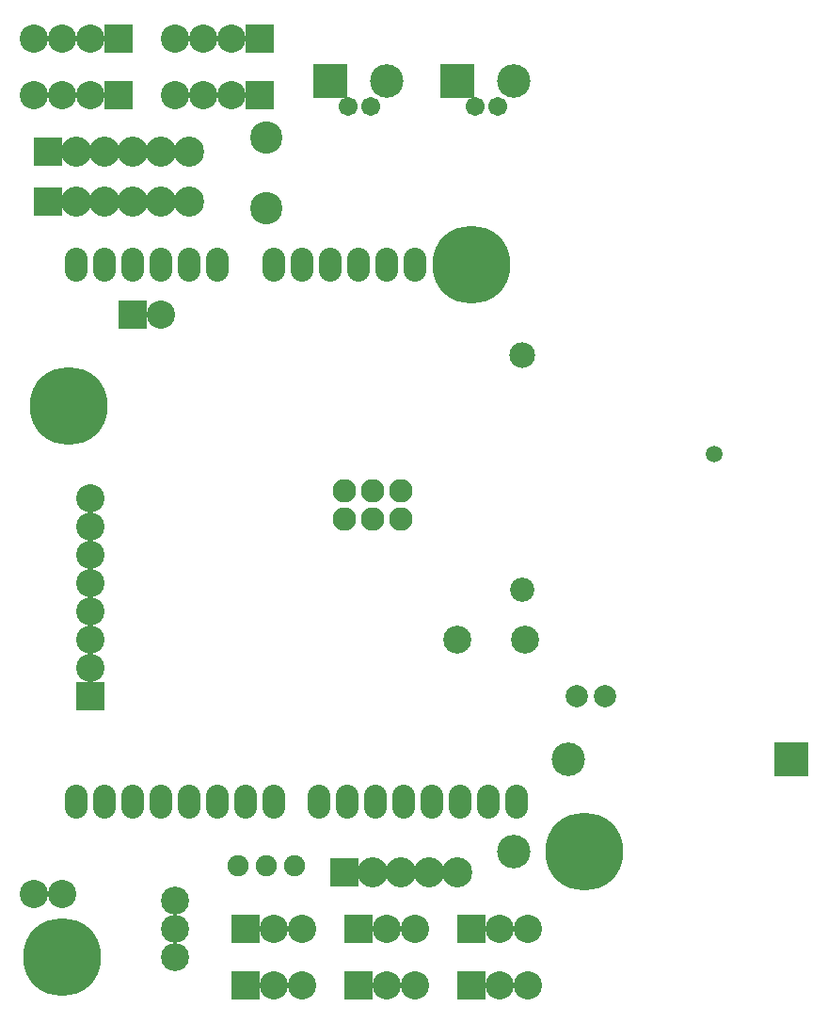
<source format=gbs>
G04 (created by PCBNEW (2013-07-07 BZR 4022)-stable) date 29/12/2014 16:26:55*
%MOIN*%
G04 Gerber Fmt 3.4, Leading zero omitted, Abs format*
%FSLAX34Y34*%
G01*
G70*
G90*
G04 APERTURE LIST*
%ADD10C,0.00590551*%
%ADD11C,0.0987402*%
%ADD12R,0.1184X0.1184*%
%ADD13C,0.1184*%
%ADD14C,0.0672441*%
%ADD15C,0.0790551*%
%ADD16C,0.086*%
%ADD17C,0.0909*%
%ADD18O,0.08X0.12*%
%ADD19C,0.1145*%
%ADD20R,0.1X0.1*%
%ADD21C,0.1*%
%ADD22R,0.1027X0.1027*%
%ADD23C,0.1066*%
%ADD24C,0.083*%
%ADD25C,0.2759*%
%ADD26C,0.0987*%
%ADD27C,0.0751181*%
%ADD28C,0.118425*%
%ADD29C,0.0239*%
%ADD30C,0.0594*%
G04 APERTURE END LIST*
G54D10*
G54D11*
X45750Y-56500D03*
X45750Y-57500D03*
X45750Y-55500D03*
G54D12*
X55750Y-26500D03*
G54D13*
X57750Y-26500D03*
G54D14*
X56400Y-27400D03*
X57200Y-27400D03*
G54D15*
X60000Y-48250D03*
X61000Y-48250D03*
G54D16*
X58050Y-44500D03*
G54D17*
X58050Y-36200D03*
G54D12*
X67600Y-50500D03*
G54D13*
X59700Y-50500D03*
G54D18*
X42250Y-33000D03*
X43250Y-33000D03*
X44250Y-33000D03*
X47250Y-33000D03*
X46250Y-33000D03*
X45250Y-33000D03*
X49250Y-33000D03*
X50250Y-33000D03*
X51250Y-33000D03*
X53250Y-33000D03*
X54250Y-33000D03*
X42250Y-52000D03*
X43250Y-52000D03*
X44250Y-52000D03*
X45250Y-52000D03*
X46250Y-52000D03*
X47250Y-52000D03*
X48250Y-52000D03*
X49250Y-52000D03*
X50850Y-52000D03*
X51850Y-52000D03*
X52850Y-52000D03*
X53850Y-52000D03*
X54850Y-52000D03*
X55850Y-52000D03*
X56850Y-52000D03*
X57850Y-52000D03*
X52250Y-33000D03*
G54D19*
X49000Y-28500D03*
X49000Y-31000D03*
G54D20*
X42750Y-48250D03*
G54D21*
X42750Y-47250D03*
X42750Y-46250D03*
X42750Y-45250D03*
X42750Y-44250D03*
X42750Y-43250D03*
X42750Y-42250D03*
X42750Y-41250D03*
G54D22*
X41250Y-29000D03*
G54D23*
X42250Y-29000D03*
X43250Y-29000D03*
X44250Y-29000D03*
X45250Y-29000D03*
X46250Y-29000D03*
G54D22*
X41250Y-30750D03*
G54D23*
X42250Y-30750D03*
X43250Y-30750D03*
X44250Y-30750D03*
X45250Y-30750D03*
X46250Y-30750D03*
G54D20*
X52250Y-58500D03*
G54D21*
X53250Y-58500D03*
X54250Y-58500D03*
G54D20*
X52250Y-56500D03*
G54D21*
X53250Y-56500D03*
X54250Y-56500D03*
G54D20*
X48250Y-58500D03*
G54D21*
X49250Y-58500D03*
X50250Y-58500D03*
G54D20*
X48250Y-56500D03*
G54D21*
X49250Y-56500D03*
X50250Y-56500D03*
G54D20*
X56250Y-56500D03*
G54D21*
X57250Y-56500D03*
X58250Y-56500D03*
G54D20*
X56250Y-58500D03*
G54D21*
X57250Y-58500D03*
X58250Y-58500D03*
G54D20*
X44250Y-34750D03*
G54D21*
X45250Y-34750D03*
G54D24*
X53750Y-42000D03*
X53750Y-41000D03*
X52750Y-42000D03*
X52750Y-41000D03*
X51750Y-42000D03*
X51750Y-41000D03*
G54D25*
X60250Y-53750D03*
X41750Y-57500D03*
X56250Y-33000D03*
X42000Y-38000D03*
G54D26*
X55750Y-46250D03*
X58150Y-46250D03*
G54D20*
X43750Y-27000D03*
G54D21*
X42750Y-27000D03*
X41750Y-27000D03*
X40750Y-27000D03*
G54D20*
X43750Y-25000D03*
G54D21*
X42750Y-25000D03*
X41750Y-25000D03*
X40750Y-25000D03*
G54D20*
X48750Y-25000D03*
G54D21*
X47750Y-25000D03*
X46750Y-25000D03*
X45750Y-25000D03*
G54D20*
X48750Y-27000D03*
G54D21*
X47750Y-27000D03*
X46750Y-27000D03*
X45750Y-27000D03*
G54D12*
X51250Y-26500D03*
G54D13*
X53250Y-26500D03*
G54D14*
X51900Y-27400D03*
X52700Y-27400D03*
G54D22*
X51750Y-54500D03*
G54D23*
X52750Y-54500D03*
X53750Y-54500D03*
X54750Y-54500D03*
X55750Y-54500D03*
G54D21*
X41750Y-55250D03*
X40750Y-55250D03*
G54D27*
X50000Y-54250D03*
X48000Y-54250D03*
X49000Y-54250D03*
G54D28*
X57750Y-53750D03*
G54D29*
X64850Y-39750D03*
G54D30*
X64850Y-39700D03*
M02*

</source>
